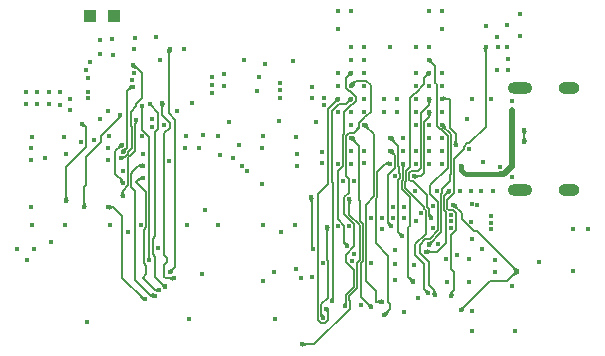
<source format=gbr>
%TF.GenerationSoftware,KiCad,Pcbnew,9.0.4*%
%TF.CreationDate,2025-09-08T17:38:28-04:00*%
%TF.ProjectId,CPU1-NRF5340-uBlox-NORA,43505531-2d4e-4524-9635-3334302d7542,A*%
%TF.SameCoordinates,Original*%
%TF.FileFunction,Copper,L6,Bot*%
%TF.FilePolarity,Positive*%
%FSLAX46Y46*%
G04 Gerber Fmt 4.6, Leading zero omitted, Abs format (unit mm)*
G04 Created by KiCad (PCBNEW 9.0.4) date 2025-09-08 17:38:28*
%MOMM*%
%LPD*%
G01*
G04 APERTURE LIST*
%TA.AperFunction,HeatsinkPad*%
%ADD10O,2.100000X1.000000*%
%TD*%
%TA.AperFunction,HeatsinkPad*%
%ADD11O,1.800000X1.000000*%
%TD*%
%TA.AperFunction,ComponentPad*%
%ADD12R,1.000000X1.000000*%
%TD*%
%TA.AperFunction,ViaPad*%
%ADD13C,0.450000*%
%TD*%
%TA.AperFunction,Conductor*%
%ADD14C,0.127000*%
%TD*%
%TA.AperFunction,Conductor*%
%ADD15C,0.381000*%
%TD*%
%TA.AperFunction,Conductor*%
%ADD16C,0.500000*%
%TD*%
G04 APERTURE END LIST*
D10*
%TO.P,J1,S1,SHIELD*%
%TO.N,GND*%
X148720000Y-90280000D03*
D11*
X152900000Y-90280000D03*
D10*
X148720000Y-81640000D03*
D11*
X152900000Y-81640000D03*
%TD*%
D12*
%TO.P,TP1,1,1*%
%TO.N,Net-(U2-IO7)*%
X112360000Y-75621000D03*
%TD*%
%TO.P,TP2,1,1*%
%TO.N,/P0.31*%
X114360000Y-75621000D03*
%TD*%
D13*
%TO.N,/VBUS*%
X132000000Y-88050000D03*
%TO.N,unconnected-(U4-VBUS-PadB9)*%
X132000000Y-87100000D03*
%TO.N,/VBUSMON*%
X117950000Y-77400000D03*
X113188105Y-78812000D03*
%TO.N,/PGOOD*%
X117396000Y-83057426D03*
%TO.N,/PSEN*%
X117300000Y-96250000D03*
X116747009Y-83203802D03*
%TO.N,/AIN7*%
X125323600Y-79349600D03*
X122021600Y-91998800D03*
%TO.N,/PSMODE*%
X118250000Y-79300000D03*
%TO.N,GND*%
X107425000Y-85800000D03*
X142150000Y-75175000D03*
X127000000Y-85775000D03*
X144450000Y-86850000D03*
X153225000Y-97200000D03*
X138150000Y-97900000D03*
X147675000Y-79200000D03*
X141050000Y-75175000D03*
X138875000Y-91725000D03*
X138150000Y-96550000D03*
X142150000Y-76675000D03*
X113195000Y-77600000D03*
X146275000Y-93575000D03*
X138300000Y-83675000D03*
X112150000Y-82550000D03*
X123200000Y-93275000D03*
X107300000Y-86775000D03*
X127000000Y-93275000D03*
X127975000Y-101250000D03*
X114025000Y-93275000D03*
X141725000Y-90400000D03*
X128400000Y-81250000D03*
X146275000Y-92500000D03*
X134450000Y-75175000D03*
X110125000Y-85800000D03*
X131100000Y-97700000D03*
X137025000Y-92700000D03*
X141050000Y-86975000D03*
X133325000Y-93400000D03*
X126850000Y-86775000D03*
X143625000Y-90382500D03*
X142925000Y-93550000D03*
X153225000Y-93650000D03*
X146800000Y-80150000D03*
X142500000Y-96150000D03*
X137750000Y-78169000D03*
X129700000Y-93275000D03*
X107450000Y-93275000D03*
X135550000Y-78169000D03*
X148700000Y-75425000D03*
X123200000Y-85775000D03*
X120700000Y-101250000D03*
X106900000Y-82000000D03*
X138300000Y-82575000D03*
X122650000Y-82100000D03*
X113875000Y-86800000D03*
X116100000Y-77425000D03*
X148275000Y-102250000D03*
X112150000Y-82000000D03*
X133725000Y-89550000D03*
X123650002Y-80520000D03*
X129725000Y-85800000D03*
X142925000Y-92450000D03*
X148025000Y-98425000D03*
X146625000Y-97225000D03*
X137075000Y-93650000D03*
X144675000Y-102275000D03*
X108825000Y-82000000D03*
X113975000Y-85775000D03*
X134450000Y-78169000D03*
X137200000Y-82575000D03*
X139925000Y-92900000D03*
X113821537Y-83600000D03*
X120475000Y-85775000D03*
X143400000Y-95800000D03*
X133350000Y-75175000D03*
X139875000Y-90425000D03*
X120500000Y-93275000D03*
X134450000Y-86975000D03*
X110175000Y-93275000D03*
X116675000Y-93275000D03*
X116700000Y-85775000D03*
X144700000Y-82575000D03*
X142525000Y-98125000D03*
X141025000Y-78169000D03*
X109775000Y-82014998D03*
X148700000Y-77300000D03*
X126450000Y-81900000D03*
X133350000Y-76675000D03*
X148026284Y-89176284D03*
X148025000Y-82775000D03*
X120375000Y-86800000D03*
X147675000Y-80175000D03*
X107850000Y-82000000D03*
X142925000Y-92975000D03*
X128400000Y-81850000D03*
X146275000Y-93100000D03*
X127000000Y-98000000D03*
X146825000Y-77325000D03*
X120275002Y-78350000D03*
X131125000Y-81600000D03*
X141375000Y-93550000D03*
X137200000Y-83675000D03*
X138150000Y-95375000D03*
X144600000Y-93000000D03*
X142150000Y-88075000D03*
X139950000Y-78169000D03*
X122650000Y-80750000D03*
X136100000Y-92700000D03*
X122650000Y-81425000D03*
X137950000Y-92700000D03*
X133325000Y-88075000D03*
X144250000Y-84275000D03*
%TO.N,+3.3V*%
X121775000Y-97465500D03*
X131125000Y-82525000D03*
X144700000Y-100550000D03*
%TO.N,Net-(U1-X)*%
X113131197Y-84281197D03*
%TO.N,+3.3V*%
X145850000Y-76400000D03*
X128400000Y-82550000D03*
X119649256Y-83659499D03*
%TO.N,Net-(U1-X)*%
X112000000Y-80150000D03*
%TO.N,+3.3V*%
X135549999Y-86975001D03*
X123650002Y-81480000D03*
X134700000Y-89550000D03*
X146625000Y-96250000D03*
X144425000Y-98125000D03*
X114150000Y-77550000D03*
X116825000Y-87300000D03*
X110275000Y-87275000D03*
X144625000Y-94500000D03*
X123350000Y-87325000D03*
X112050000Y-101475000D03*
X114300000Y-78900000D03*
X134450000Y-88075000D03*
X145525000Y-95325000D03*
X130150000Y-97725000D03*
X146850000Y-78250000D03*
X135550000Y-88050000D03*
X144400000Y-96150000D03*
X150325000Y-96375000D03*
X129849999Y-87274999D03*
%TO.N,/AIN5*%
X140098327Y-99461500D03*
X141050000Y-81475000D03*
X107625000Y-95350000D03*
%TO.N,/AIN2*%
X134483767Y-96322082D03*
X135550000Y-83675000D03*
X109014634Y-94694240D03*
%TO.N,/P1.13*%
X133350000Y-81475000D03*
X111850000Y-91776000D03*
X114898399Y-83927062D03*
%TO.N,/AIN6*%
X139950000Y-80375000D03*
X110300000Y-91275000D03*
X111650000Y-84725000D03*
%TO.N,/HK-ADC3*%
X115120619Y-87075095D03*
X109786304Y-83081000D03*
X115930517Y-81562774D03*
X125627722Y-88700500D03*
%TO.N,/AIN7*%
X134450000Y-79275000D03*
X107300000Y-91775000D03*
%TO.N,/AIN1*%
X106150000Y-95275000D03*
X132065500Y-96527549D03*
X134450000Y-83675000D03*
%TO.N,/AIN0*%
X112675000Y-86075000D03*
X134450000Y-84775000D03*
%TO.N,/AIN3*%
X139950000Y-84775000D03*
X138875906Y-100629007D03*
X106950000Y-96250000D03*
%TO.N,/AIN4*%
X111525000Y-86275000D03*
X139950000Y-81475000D03*
%TO.N,/P1.06*%
X117585478Y-84294426D03*
X142150000Y-81475000D03*
%TO.N,/P1.04*%
X117607358Y-84947062D03*
X132170821Y-83132997D03*
%TO.N,/P1.01*%
X138850000Y-85875000D03*
X115119000Y-89705604D03*
X115011092Y-86509012D03*
%TO.N,/P1.08*%
X132165532Y-82524000D03*
X118590358Y-84827036D03*
%TO.N,/P1.07*%
X135550000Y-82575000D03*
X135250000Y-100075000D03*
X116971203Y-99584500D03*
X113850000Y-91775000D03*
%TO.N,/SCL*%
X116850000Y-88275000D03*
X139950000Y-88075000D03*
X139719000Y-96650000D03*
X117796613Y-99259500D03*
%TO.N,/SDA*%
X138148687Y-89161999D03*
X115119000Y-88705257D03*
X138850000Y-86975000D03*
%TO.N,/P1.05*%
X133350000Y-83675000D03*
X116200000Y-84400000D03*
X115084614Y-90865257D03*
%TO.N,/HK-ADC2*%
X114966729Y-87631197D03*
X115950000Y-79750000D03*
X119025000Y-87900000D03*
X108825000Y-83050000D03*
%TO.N,/P0.30*%
X134111500Y-95039449D03*
X134450000Y-80375000D03*
%TO.N,/SPI-MISO*%
X142150000Y-85875000D03*
X124916453Y-86503500D03*
%TO.N,/SPI-CS*%
X139950000Y-86975000D03*
X121550000Y-86775000D03*
%TO.N,/SPI-DCX*%
X125180703Y-88285000D03*
X141050000Y-88075000D03*
%TO.N,/P0.21*%
X124113500Y-84522881D03*
X139950000Y-83675000D03*
%TO.N,/P0.29*%
X134678999Y-95723253D03*
X135550000Y-80375000D03*
%TO.N,/HK-ADC1*%
X113850000Y-87775000D03*
X107850000Y-83025000D03*
X108525000Y-87600000D03*
X116024416Y-80407760D03*
%TO.N,/SPI-MOSI*%
X121923976Y-85699127D03*
X141050000Y-85875000D03*
%TO.N,/P0.24*%
X141778553Y-94885253D03*
X127878661Y-97235983D03*
X142150000Y-80375000D03*
%TO.N,/SPI-SCK*%
X142150000Y-86975000D03*
X124450727Y-87607000D03*
%TO.N,/QSPI-IO3*%
X141175000Y-92675000D03*
X141050000Y-82575000D03*
%TO.N,/QSPI-SCK*%
X129850000Y-88275000D03*
X143303434Y-86525000D03*
X142150002Y-82575000D03*
%TO.N,/QSPI-IO1*%
X139743000Y-89148379D03*
X141050000Y-83675000D03*
X126850000Y-89775000D03*
%TO.N,/QSPI-IO2*%
X141000000Y-94950000D03*
X131234500Y-95337656D03*
X131052175Y-90935219D03*
X142150000Y-84775000D03*
%TO.N,/HK-ADC0*%
X115882027Y-80973493D03*
X110650000Y-83575000D03*
X110650000Y-82619500D03*
X106900000Y-83050000D03*
X107300000Y-87775000D03*
%TO.N,/P0.02-NFC1*%
X137750000Y-85875000D03*
X138737055Y-94189135D03*
%TO.N,/P0.19*%
X139950000Y-82575000D03*
X140325000Y-92257000D03*
%TO.N,/QSPI-CSN*%
X128294669Y-84461000D03*
X142150000Y-83675000D03*
%TO.N,/P0.03-NFC2*%
X128507000Y-93869222D03*
X137800000Y-93350000D03*
X137750000Y-86975000D03*
%TO.N,/DP*%
X149075000Y-86250000D03*
X149075000Y-85250000D03*
%TO.N,/VBUS*%
X143725000Y-88310000D03*
X130252500Y-103372500D03*
X146250000Y-82575000D03*
X134287500Y-91112500D03*
X148025000Y-88375000D03*
X147000000Y-89000000D03*
X148025000Y-83575000D03*
X137975000Y-91725000D03*
%TO.N,/VBAT*%
X134287499Y-93387499D03*
X147000000Y-88375000D03*
X115501503Y-93861560D03*
X116085000Y-78400000D03*
X136125000Y-96525000D03*
X138900000Y-92700000D03*
%TO.N,/DISPON*%
X119074691Y-78375309D03*
X119106000Y-97300000D03*
%TO.N,/CC2*%
X147665000Y-78250000D03*
X112114958Y-80812561D03*
%TO.N,/CC1*%
X147665000Y-76350000D03*
X112300000Y-79500000D03*
%TO.N,/PSEN*%
X146460000Y-90400000D03*
X129800000Y-97025000D03*
%TO.N,/PSMODE*%
X118100000Y-95250000D03*
X142760000Y-90400000D03*
X140750000Y-95525000D03*
%TO.N,/P1.15*%
X133350000Y-82575000D03*
X132319500Y-100380372D03*
%TO.N,/P1.14*%
X132775000Y-99750000D03*
X134450000Y-82575000D03*
%TO.N,/P1.12*%
X133874379Y-100137588D03*
X134450000Y-81475000D03*
%TO.N,/PGOOD*%
X143100000Y-91550000D03*
X148485000Y-97200000D03*
X143725000Y-100500000D03*
X118700000Y-98505500D03*
%TO.N,Net-(U5-STAT)*%
X132075000Y-101140000D03*
X132400000Y-93425000D03*
%TO.N,/RESET*%
X118432233Y-82938011D03*
X142900000Y-99325000D03*
X154510000Y-93621000D03*
X119425000Y-97800000D03*
X145815000Y-78250000D03*
%TO.N,/USER*%
X135550000Y-84775000D03*
X137065500Y-99790500D03*
%TO.N,/P1.09*%
X126596856Y-80784462D03*
X135550000Y-81475000D03*
%TO.N,/SYS*%
X145100000Y-91550000D03*
X145450000Y-90400000D03*
X141375000Y-91650000D03*
X145600000Y-87912500D03*
X144575000Y-90425000D03*
X144675000Y-91506105D03*
%TO.N,/P1.00*%
X116850000Y-89275000D03*
X118171539Y-98794000D03*
X138850000Y-88075000D03*
X139681532Y-98074266D03*
%TO.N,/QSPI-IO0*%
X131444540Y-84535000D03*
X141050000Y-84775000D03*
%TO.N,/SWDCLK*%
X141504444Y-99226643D03*
X141025000Y-79275000D03*
%TO.N,/RxD*%
X136150000Y-100225000D03*
X134450000Y-85875000D03*
%TO.N,/TxD*%
X137250000Y-100900000D03*
X137750000Y-88075000D03*
%TO.N,/SWDIO*%
X141050000Y-80375000D03*
X140900000Y-99019901D03*
%TO.N,/P1.10*%
X135550000Y-79275000D03*
X120950000Y-82939298D03*
X129475000Y-79379000D03*
%TO.N,/P1.11*%
X133350000Y-80375000D03*
X127175000Y-79650000D03*
%TD*%
D14*
%TO.N,/PGOOD*%
X145125000Y-93800000D02*
X148050000Y-96725000D01*
X144800000Y-93800000D02*
X145125000Y-93800000D01*
X143804999Y-92804999D02*
X144800000Y-93800000D01*
X143804999Y-92254999D02*
X143804999Y-92804999D01*
%TO.N,/P1.12*%
X134035521Y-99976446D02*
X133874379Y-100137588D01*
X134035522Y-99165038D02*
X134035521Y-99976446D01*
X134668499Y-98532061D02*
X134035522Y-99165038D01*
X134668499Y-97099000D02*
X134668499Y-98532061D01*
X133976000Y-96406501D02*
X134668499Y-97099000D01*
X133976000Y-95825000D02*
X133976000Y-96406501D01*
X134703999Y-95097001D02*
X133976000Y-95825000D01*
X134703999Y-93214979D02*
X134703999Y-95097001D01*
X133871000Y-92381980D02*
X134703999Y-93214979D01*
X133871000Y-90939980D02*
X133871000Y-92381980D01*
X134283500Y-90527480D02*
X133871000Y-90939980D01*
X134033500Y-85702480D02*
X134033500Y-89133500D01*
X134277480Y-85458500D02*
X134033500Y-85702480D01*
X134283500Y-89383500D02*
X134283500Y-90527480D01*
X134679374Y-85458500D02*
X134277480Y-85458500D01*
X134033500Y-89133500D02*
X134283500Y-89383500D01*
X135133500Y-85004374D02*
X134679374Y-85458500D01*
X135133500Y-84602480D02*
X135133500Y-85004374D01*
X135555490Y-84180490D02*
X135133500Y-84602480D01*
%TO.N,/HK-ADC3*%
X115836187Y-81562774D02*
X115930517Y-81562774D01*
X115120619Y-87075095D02*
X115439688Y-86756026D01*
X115761713Y-81570554D02*
X115828407Y-81570554D01*
%TO.N,/HK-ADC2*%
X116061742Y-79750000D02*
X115950000Y-79750000D01*
X116750000Y-80438258D02*
X116061742Y-79750000D01*
X116750000Y-82505725D02*
X116750000Y-80438258D01*
X116255509Y-83215766D02*
X116255509Y-83000216D01*
X115763383Y-83707892D02*
X116255509Y-83215766D01*
X115763383Y-84890586D02*
X115763383Y-83707892D01*
X115875000Y-85002203D02*
X115763383Y-84890586D01*
%TO.N,/HK-ADC3*%
X115439688Y-86756026D02*
X115439688Y-81892579D01*
%TO.N,/HK-ADC2*%
X115875000Y-86793542D02*
X115875000Y-85002203D01*
X115536119Y-87247201D02*
X115536119Y-87132423D01*
X115177948Y-87490595D02*
X115292725Y-87490595D01*
X115164413Y-87504130D02*
X115177948Y-87490595D01*
X115093796Y-87504130D02*
X115164413Y-87504130D01*
X115536119Y-87132423D02*
X115875000Y-86793542D01*
X115292725Y-87490595D02*
X115536119Y-87247201D01*
%TO.N,/HK-ADC3*%
X115828407Y-81570554D02*
X115836187Y-81562774D01*
%TO.N,/HK-ADC2*%
X114966729Y-87631197D02*
X115093796Y-87504130D01*
%TO.N,/HK-ADC3*%
X115439688Y-81892579D02*
X115761713Y-81570554D01*
%TO.N,/HK-ADC2*%
X116255509Y-83000216D02*
X116750000Y-82505725D01*
%TO.N,/DISPON*%
X118975002Y-83800877D02*
X118975002Y-78474998D01*
X119532000Y-84357875D02*
X118975002Y-83800877D01*
X119532000Y-96874000D02*
X119532000Y-84357875D01*
X119106000Y-97300000D02*
X119532000Y-96874000D01*
X118975002Y-78474998D02*
X119074691Y-78375309D01*
%TO.N,/P1.05*%
X116200000Y-84623606D02*
X116200000Y-84400000D01*
X116129000Y-84694606D02*
X116200000Y-84623606D01*
X116129000Y-86977100D02*
X116129000Y-84694606D01*
X115790119Y-87352411D02*
X115790119Y-87315981D01*
X115581000Y-89884790D02*
X115581000Y-87561530D01*
X115790119Y-87315981D02*
X116129000Y-86977100D01*
X115581000Y-87561530D02*
X115790119Y-87352411D01*
X115084614Y-90381176D02*
X115581000Y-89884790D01*
X115084614Y-90865257D02*
X115084614Y-90381176D01*
%TO.N,/RESET*%
X118432233Y-83973825D02*
X118432233Y-82938011D01*
X119081858Y-85030622D02*
X119081858Y-84623450D01*
X118609500Y-85502980D02*
X119081858Y-85030622D01*
X118609500Y-95826270D02*
X118609500Y-85502980D01*
X118824500Y-96041270D02*
X118609500Y-95826270D01*
X118824500Y-96448442D02*
X118824500Y-96041270D01*
X118609500Y-96663442D02*
X118824500Y-96448442D01*
X118609500Y-97659500D02*
X118609500Y-96663442D01*
X118750000Y-97800000D02*
X118609500Y-97659500D01*
X119425000Y-97800000D02*
X118750000Y-97800000D01*
X119081858Y-84623450D02*
X118432233Y-83973825D01*
%TO.N,/PGOOD*%
X118098858Y-83760284D02*
X117396000Y-83057426D01*
X117865390Y-85384116D02*
X118098858Y-85150648D01*
X117865390Y-94243820D02*
X117865390Y-85384116D01*
X117654000Y-94455210D02*
X117865390Y-94243820D01*
X117654000Y-95758914D02*
X117654000Y-94455210D01*
X117841500Y-97647000D02*
X117841500Y-95946414D01*
X118700000Y-98505500D02*
X117841500Y-97647000D01*
X118098858Y-85150648D02*
X118098858Y-83760284D01*
X117841500Y-95946414D02*
X117654000Y-95758914D01*
%TO.N,/PSEN*%
X117346499Y-96203501D02*
X117346499Y-85832479D01*
X117300000Y-96250000D02*
X117346499Y-96203501D01*
X117346499Y-85832479D02*
X116747009Y-85232989D01*
X116747009Y-85232989D02*
X116747009Y-83203802D01*
%TO.N,/P1.00*%
X117091500Y-93447520D02*
X117091500Y-90491500D01*
X116858500Y-93680520D02*
X117091500Y-93447520D01*
X116858500Y-96503586D02*
X116858500Y-93680520D01*
X117091500Y-96736586D02*
X116858500Y-96503586D01*
X117091500Y-97408500D02*
X117091500Y-96736586D01*
X116775000Y-97725000D02*
X117091500Y-97408500D01*
X118171539Y-98794000D02*
X117844000Y-98794000D01*
X117844000Y-98794000D02*
X116775000Y-97725000D01*
X117091500Y-90491500D02*
X116217062Y-89617062D01*
D15*
%TO.N,/VBUS*%
X143725000Y-88582184D02*
X144022000Y-88879184D01*
X144142816Y-89000000D02*
X144022000Y-88879184D01*
X147000000Y-89000000D02*
X144142816Y-89000000D01*
X143725000Y-88310000D02*
X143725000Y-88582184D01*
D14*
%TO.N,/RESET*%
X145815000Y-78275000D02*
X145790000Y-78250000D01*
X145815000Y-84960000D02*
X145815000Y-78275000D01*
X144416500Y-86358500D02*
X145815000Y-84960000D01*
X143958500Y-86816500D02*
X143958500Y-86646414D01*
X143958500Y-86646414D02*
X144246414Y-86358500D01*
X143125000Y-87650000D02*
X143958500Y-86816500D01*
X143125000Y-88975000D02*
X143125000Y-87650000D01*
X143151500Y-89001500D02*
X143125000Y-88975000D01*
X143176500Y-90227480D02*
X143151500Y-90202480D01*
X144246414Y-86358500D02*
X144416500Y-86358500D01*
X142555500Y-91899293D02*
X142555500Y-91193520D01*
X142555500Y-91193520D02*
X143176500Y-90572520D01*
X143151500Y-90202480D02*
X143151500Y-89001500D01*
X143176500Y-90572520D02*
X143176500Y-90227480D01*
D16*
%TO.N,/VBUS*%
X147349797Y-89000000D02*
X147000000Y-89000000D01*
X147974797Y-88375000D02*
X147349797Y-89000000D01*
X148025000Y-88375000D02*
X147974797Y-88375000D01*
D14*
%TO.N,/PGOOD*%
X143100000Y-91550000D02*
X143804999Y-92254999D01*
X148050000Y-96725000D02*
X148485000Y-97200000D01*
%TO.N,/P1.13*%
X114898399Y-84149627D02*
X114898399Y-83927062D01*
X113286513Y-85761513D02*
X114898399Y-84149627D01*
X112004000Y-87550000D02*
X113286513Y-86267487D01*
X111850000Y-90084210D02*
X112004000Y-89930210D01*
X111850000Y-91776000D02*
X111850000Y-90084210D01*
X112004000Y-89930210D02*
X112004000Y-87550000D01*
X113286513Y-86267487D02*
X113286513Y-85761513D01*
%TO.N,/AIN6*%
X112025000Y-86663816D02*
X112025000Y-84925000D01*
X110300000Y-88388816D02*
X112025000Y-86663816D01*
X110300000Y-91275000D02*
X110300000Y-88388816D01*
X111850000Y-84925000D02*
X111650000Y-84725000D01*
X112025000Y-84925000D02*
X111850000Y-84925000D01*
%TO.N,/P1.01*%
X115119000Y-89705604D02*
X115119000Y-89594000D01*
X114469921Y-88944921D02*
X114469921Y-87050183D01*
X115119000Y-89594000D02*
X114469921Y-88944921D01*
X114469921Y-87050183D02*
X115011092Y-86509012D01*
%TO.N,/P1.07*%
X116884500Y-99584500D02*
X116971203Y-99584500D01*
X115050000Y-92525000D02*
X115050000Y-97750000D01*
X114300000Y-91775000D02*
X115050000Y-92525000D01*
X115050000Y-97750000D02*
X116884500Y-99584500D01*
X113850000Y-91775000D02*
X114300000Y-91775000D01*
%TO.N,/SCL*%
X115835000Y-88963026D02*
X115835000Y-90075000D01*
X116150000Y-90390000D02*
X116150000Y-97900000D01*
X117509500Y-99259500D02*
X117796613Y-99259500D01*
X116150000Y-97900000D02*
X117509500Y-99259500D01*
X116850000Y-88275000D02*
X116400000Y-88275000D01*
X115835000Y-90075000D02*
X116150000Y-90390000D01*
X116400000Y-88275000D02*
X115885000Y-88790000D01*
X115885000Y-88913026D02*
X115835000Y-88963026D01*
X115885000Y-88790000D02*
X115885000Y-88913026D01*
%TO.N,/P0.30*%
X134866500Y-82402480D02*
X134355520Y-81891500D01*
X133802500Y-85574270D02*
X133779500Y-85597270D01*
X134033500Y-81647520D02*
X134033500Y-80791500D01*
X134622520Y-82991500D02*
X134866500Y-82747520D01*
X134277480Y-81891500D02*
X134033500Y-81647520D01*
X133870999Y-94798948D02*
X134111500Y-95039449D01*
X133308500Y-88721000D02*
X133308500Y-92794480D01*
X133779500Y-85597270D02*
X133779500Y-88250000D01*
X134355520Y-81891500D02*
X134277480Y-81891500D01*
X133779500Y-88250000D02*
X133308500Y-88721000D01*
X133802500Y-83733480D02*
X134544480Y-82991500D01*
X134544480Y-82991500D02*
X134622520Y-82991500D01*
X133870999Y-93356979D02*
X133870999Y-94798948D01*
X134866500Y-82747520D02*
X134866500Y-82402480D01*
X134033500Y-80791500D02*
X134450000Y-80375000D01*
X133802500Y-85574270D02*
X133802500Y-83733480D01*
X133308500Y-92794480D02*
X133870999Y-93356979D01*
%TO.N,/QSPI-IO3*%
X141050000Y-83085980D02*
X141050000Y-82575000D01*
X141039500Y-91903520D02*
X140891770Y-91755790D01*
X140891770Y-91755790D02*
X140891770Y-90772170D01*
X141175000Y-92675000D02*
X141039500Y-92539500D01*
X139327500Y-89429307D02*
X139327500Y-88866358D01*
X140891770Y-90772170D02*
X139695267Y-89575667D01*
X139695267Y-89575667D02*
X139473860Y-89575667D01*
X139327500Y-88866358D02*
X139506968Y-88686890D01*
X139506968Y-88686890D02*
X140111890Y-88686890D01*
X140366500Y-83769480D02*
X140366500Y-88432280D01*
X140302317Y-88496462D02*
X140111890Y-88686890D01*
X140366500Y-83769480D02*
X141050000Y-83085980D01*
X139473860Y-89575667D02*
X139327500Y-89429307D01*
X141039500Y-92539500D02*
X141039500Y-91903520D01*
X140366500Y-88432280D02*
X140111890Y-88686890D01*
%TO.N,/QSPI-SCK*%
X143303434Y-85569224D02*
X142775000Y-85040790D01*
X142775000Y-82625000D02*
X142725000Y-82575000D01*
X142725000Y-82575000D02*
X142150002Y-82575000D01*
X142775000Y-85040790D02*
X142775000Y-82625000D01*
X143303434Y-86525000D02*
X143303434Y-85569224D01*
%TO.N,/QSPI-IO1*%
X141050000Y-83675000D02*
X141050000Y-84125000D01*
X140633500Y-84541500D02*
X140633500Y-88900659D01*
X140633500Y-88900659D02*
X140373992Y-89160167D01*
X139754788Y-89160167D02*
X139743000Y-89148379D01*
X141050000Y-84125000D02*
X140633500Y-84541500D01*
X140373992Y-89160167D02*
X139754788Y-89160167D01*
%TO.N,/QSPI-IO2*%
X142846000Y-89513210D02*
X142846000Y-89019790D01*
X142846000Y-89019790D02*
X142867105Y-88998685D01*
X131052175Y-90935219D02*
X131091689Y-90974733D01*
X142150000Y-84890790D02*
X142150000Y-84775000D01*
X131091689Y-95194845D02*
X131234500Y-95337656D01*
X141000000Y-94950000D02*
X142045500Y-93904500D01*
X142141500Y-90572520D02*
X142141500Y-90227480D01*
X131091689Y-90974733D02*
X131091689Y-95194845D01*
X142045500Y-90668520D02*
X142141500Y-90572520D01*
X142854000Y-85594790D02*
X142150000Y-84890790D01*
X142136615Y-90222595D02*
X142846000Y-89513210D01*
X142141500Y-90227480D02*
X142136615Y-90222595D01*
X142045500Y-93904500D02*
X142045500Y-90668520D01*
X142867105Y-87963105D02*
X142854000Y-87950000D01*
X142854000Y-87950000D02*
X142854000Y-85594790D01*
X142867105Y-88998685D02*
X142867105Y-87963105D01*
%TO.N,/P0.02-NFC1*%
X138565500Y-88977894D02*
X138468466Y-88880860D01*
X138565500Y-89332166D02*
X138565500Y-88977894D01*
X138468466Y-88880860D02*
X138468466Y-88282486D01*
X138737055Y-94189135D02*
X138441502Y-93893582D01*
X138441502Y-93893582D02*
X138441502Y-89456164D01*
X138468466Y-88282486D02*
X138433500Y-88247520D01*
X138441502Y-89456164D02*
X138565500Y-89332166D01*
X138433500Y-88247520D02*
X138433500Y-86558500D01*
X138433500Y-86558500D02*
X137750000Y-85875000D01*
%TO.N,/P0.03-NFC2*%
X138166500Y-88432755D02*
X138166500Y-87391500D01*
X138166500Y-87391500D02*
X137750000Y-86975000D01*
X137800000Y-93350000D02*
X137533500Y-93083500D01*
X137533500Y-90109500D02*
X137593000Y-90050000D01*
X137593000Y-90050000D02*
X137593000Y-89006255D01*
X137533500Y-93083500D02*
X137533500Y-90109500D01*
X137593000Y-89006255D02*
X138166500Y-88432755D01*
%TO.N,/DP*%
X149075000Y-86250000D02*
X149075000Y-85250000D01*
D16*
%TO.N,/VBUS*%
X148025000Y-88375000D02*
X148025000Y-83575000D01*
D14*
X134287500Y-92405920D02*
X135142000Y-93260420D01*
X134923499Y-96465317D02*
X134923499Y-98637685D01*
X134315521Y-100357663D02*
X131300684Y-103372500D01*
X134923499Y-98637685D02*
X134290521Y-99270663D01*
X134287500Y-91112500D02*
X134287500Y-92405920D01*
X134290521Y-99586295D02*
X134315521Y-99611295D01*
X135142000Y-96246816D02*
X134923499Y-96465317D01*
X131300684Y-103372500D02*
X130252500Y-103372500D01*
X135142000Y-93260420D02*
X135142000Y-96246816D01*
X134315521Y-99611295D02*
X134315521Y-100357663D01*
X134290521Y-99270663D02*
X134290521Y-99586295D01*
%TO.N,/PSMODE*%
X142299500Y-90860500D02*
X142760000Y-90400000D01*
X142299500Y-92031080D02*
X142299500Y-90860500D01*
X141699875Y-95551538D02*
X142448569Y-94802844D01*
X140776538Y-95551538D02*
X141699875Y-95551538D01*
X142448569Y-94802844D02*
X142448569Y-92180149D01*
X142448569Y-92180149D02*
X142299500Y-92031080D01*
X140750000Y-95525000D02*
X140776538Y-95551538D01*
%TO.N,/P1.15*%
X131902480Y-101556500D02*
X132247520Y-101556500D01*
X132500000Y-101304020D02*
X132500000Y-100560872D01*
X133350000Y-82575000D02*
X132496000Y-83429000D01*
X132247520Y-101556500D02*
X132500000Y-101304020D01*
X132496000Y-89800000D02*
X131650000Y-90646000D01*
X132496000Y-83429000D02*
X132496000Y-89800000D01*
X131650000Y-101304020D02*
X131902480Y-101556500D01*
X131650000Y-90646000D02*
X131650000Y-101304020D01*
X132500000Y-100560872D02*
X132319500Y-100380372D01*
%TO.N,/P1.14*%
X134000000Y-83025000D02*
X133400000Y-83025000D01*
X133400000Y-83025000D02*
X132775000Y-83650000D01*
X132896499Y-89721499D02*
X132896499Y-99628501D01*
X132775000Y-89600000D02*
X132896499Y-89721499D01*
X132775000Y-83650000D02*
X132775000Y-89600000D01*
X134450000Y-82575000D02*
X134000000Y-83025000D01*
X132896499Y-99628501D02*
X132775000Y-99750000D01*
%TO.N,/P1.12*%
X136100000Y-83714020D02*
X136100000Y-81435980D01*
X136100000Y-81435980D02*
X135722520Y-81058500D01*
X134716144Y-85458500D02*
X134328538Y-85458500D01*
X135555490Y-84180490D02*
X135121500Y-84614480D01*
X135644480Y-84091500D02*
X135722520Y-84091500D01*
X135722520Y-81058500D02*
X134866500Y-81058500D01*
X135555490Y-84180490D02*
X135644480Y-84091500D01*
X135722520Y-84091500D02*
X136100000Y-83714020D01*
X135121499Y-85053145D02*
X134716144Y-85458500D01*
X134866500Y-81058500D02*
X134450000Y-81475000D01*
X135121500Y-84614480D02*
X135121499Y-85053145D01*
%TO.N,/PGOOD*%
X147660000Y-98025000D02*
X148485000Y-97200000D01*
X146200000Y-98025000D02*
X147660000Y-98025000D01*
X143725000Y-100500000D02*
X146200000Y-98025000D01*
%TO.N,Net-(U5-STAT)*%
X132481000Y-96355443D02*
X132481000Y-99428210D01*
X132400000Y-93425000D02*
X132409014Y-93434014D01*
X132409014Y-96283457D02*
X132481000Y-96355443D01*
X131904000Y-100005210D02*
X131904000Y-100969000D01*
X132481000Y-99428210D02*
X131904000Y-100005210D01*
X132409014Y-93434014D02*
X132409014Y-96283457D01*
X131904000Y-100969000D02*
X132075000Y-101140000D01*
%TO.N,/RESET*%
X142907000Y-99318000D02*
X142907000Y-99025000D01*
X142907000Y-99025000D02*
X143175000Y-98757000D01*
X142907000Y-95967980D02*
X142907000Y-94157020D01*
X143175000Y-97268000D02*
X142907000Y-97000000D01*
X142907000Y-96332020D02*
X142916500Y-96322520D01*
X142689000Y-92033500D02*
X142555500Y-91900000D01*
X143341500Y-93722520D02*
X143341500Y-92277480D01*
X142900000Y-99325000D02*
X142907000Y-99318000D01*
X142907000Y-94157020D02*
X143341500Y-93722520D01*
X142916500Y-96322520D02*
X142916500Y-95977480D01*
X142916500Y-95977480D02*
X142907000Y-95967980D01*
X142907000Y-97000000D02*
X142907000Y-96332020D01*
X143097520Y-92033500D02*
X142689000Y-92033500D01*
X143341500Y-92277480D02*
X143097520Y-92033500D01*
X143175000Y-98757000D02*
X143175000Y-97268000D01*
%TO.N,/USER*%
X135650000Y-98000000D02*
X136525000Y-98875000D01*
X137056000Y-99781000D02*
X137065500Y-99790500D01*
X136375000Y-85600000D02*
X136375000Y-90825000D01*
X136525000Y-98875000D02*
X136525000Y-99781000D01*
X135550000Y-84775000D02*
X136375000Y-85600000D01*
X136375000Y-90825000D02*
X135650000Y-91550000D01*
X136525000Y-99781000D02*
X137056000Y-99781000D01*
X135650000Y-91550000D02*
X135650000Y-98000000D01*
%TO.N,/P1.00*%
X139282000Y-97674734D02*
X139681532Y-98074266D01*
X138850000Y-88502000D02*
X138819500Y-88532500D01*
X138722466Y-90272466D02*
X139400000Y-90950000D01*
X116217062Y-89617062D02*
X116381000Y-89453124D01*
X138819500Y-89437376D02*
X138722466Y-89534410D01*
X116559124Y-89275000D02*
X116850000Y-89275000D01*
X139400000Y-90950000D02*
X139400000Y-93332000D01*
X138722466Y-89534410D02*
X138722466Y-90272466D01*
X138819500Y-88532500D02*
X138819500Y-89437376D01*
X116217062Y-89617062D02*
X116559124Y-89275000D01*
X139400000Y-93332000D02*
X139282000Y-93450000D01*
X116381000Y-89453124D02*
X116466000Y-89453124D01*
X139282000Y-93450000D02*
X139282000Y-97674734D01*
X138850000Y-88075000D02*
X138850000Y-88502000D01*
%TO.N,/SWDCLK*%
X141440500Y-98798498D02*
X141481543Y-98839541D01*
X142599000Y-88474242D02*
X141148242Y-89925000D01*
X141196316Y-98554314D02*
X141211165Y-98554314D01*
X141574013Y-81225987D02*
X141686000Y-81337974D01*
X141025000Y-79275000D02*
X141574013Y-79824013D01*
X141071208Y-94442812D02*
X140717812Y-94442812D01*
X141791500Y-91318258D02*
X141791500Y-93722520D01*
X141686000Y-81337974D02*
X141686000Y-84900020D01*
X142599000Y-85734980D02*
X142599000Y-88474242D01*
X141481543Y-99203742D02*
X141504444Y-99226643D01*
X141481543Y-98839541D02*
X141481543Y-99203742D01*
X142055520Y-85191500D02*
X142599000Y-85734980D01*
X140994000Y-98351998D02*
X141196316Y-98554314D01*
X141791500Y-93722520D02*
X141071208Y-94442812D01*
X141440500Y-98783649D02*
X141440500Y-98798498D01*
X140994000Y-96394000D02*
X140994000Y-98351998D01*
X141686000Y-84900020D02*
X141977480Y-85191500D01*
X141148242Y-89925000D02*
X141148242Y-90675000D01*
X141574013Y-79824013D02*
X141574013Y-81225987D01*
X140275000Y-95675000D02*
X140994000Y-96394000D01*
X141211165Y-98554314D02*
X141440500Y-98783649D01*
X140275000Y-94975000D02*
X140275000Y-95675000D01*
X141977480Y-85191500D02*
X142055520Y-85191500D01*
X140717812Y-94442812D02*
X140230312Y-94930312D01*
X140230312Y-94930312D02*
X140275000Y-94975000D01*
X141148242Y-90675000D02*
X141791500Y-91318258D01*
%TO.N,/RxD*%
X135283000Y-99358000D02*
X136150000Y-100225000D01*
X135396000Y-93155210D02*
X135396000Y-96352026D01*
X135283000Y-96465026D02*
X135283000Y-99358000D01*
X135200000Y-91225000D02*
X135200000Y-92959210D01*
X135133499Y-86558499D02*
X135133499Y-91158499D01*
X135200000Y-92959210D02*
X135396000Y-93155210D01*
X135133499Y-91158499D02*
X135200000Y-91225000D01*
X134450000Y-85875000D02*
X135133499Y-86558499D01*
X135396000Y-96352026D02*
X135283000Y-96465026D01*
%TO.N,/TxD*%
X136643000Y-88755000D02*
X137323000Y-88075000D01*
X137593000Y-95875000D02*
X136525000Y-94807000D01*
X137593000Y-99783000D02*
X137593000Y-95875000D01*
X137323000Y-88075000D02*
X137750000Y-88075000D01*
X137740500Y-99930500D02*
X137593000Y-99783000D01*
X136525000Y-94807000D02*
X136525000Y-91035624D01*
X136643000Y-90917624D02*
X136643000Y-88755000D01*
X136525000Y-91035624D02*
X136643000Y-90917624D01*
X137250000Y-100900000D02*
X137740500Y-100409500D01*
X137740500Y-100409500D02*
X137740500Y-99930500D01*
%TO.N,/SWDIO*%
X140754193Y-92034480D02*
X140754193Y-94045807D01*
X139073500Y-89542586D02*
X138976466Y-89639620D01*
X139883530Y-82130490D02*
X139805490Y-82130490D01*
X140619000Y-91899287D02*
X140754193Y-92034480D01*
X140619000Y-91758020D02*
X140619000Y-91899287D01*
X139398000Y-88408078D02*
X139073500Y-88732578D01*
X139875000Y-94925000D02*
X139875000Y-95825000D01*
X139073500Y-88732578D02*
X139073500Y-89542586D01*
X138976466Y-90115486D02*
X140619000Y-91758020D01*
X140633500Y-81380520D02*
X139883530Y-82130490D01*
X139875000Y-95825000D02*
X140619000Y-96569000D01*
X140619000Y-98738901D02*
X140900000Y-99019901D01*
X139805490Y-82130490D02*
X139398000Y-82537980D01*
X140754193Y-94045807D02*
X139875000Y-94925000D01*
X139398000Y-82537980D02*
X139398000Y-88408078D01*
X140633500Y-80791500D02*
X140633500Y-81380520D01*
X141050000Y-80375000D02*
X140633500Y-80791500D01*
X140619000Y-96569000D02*
X140619000Y-98738901D01*
X138976466Y-89639620D02*
X138976466Y-90115486D01*
%TD*%
%TA.AperFunction,Conductor*%
%TO.N,/P1.12*%
G36*
X134095484Y-99762085D02*
G01*
X134098911Y-99770358D01*
X134098910Y-99770468D01*
X134095187Y-100167425D01*
X134091683Y-100175665D01*
X134083378Y-100179014D01*
X134081255Y-100178800D01*
X133879181Y-100139520D01*
X133871714Y-100134578D01*
X133871670Y-100134511D01*
X133755091Y-99959105D01*
X133753365Y-99950318D01*
X133757196Y-99943767D01*
X133968730Y-99761494D01*
X133976365Y-99758658D01*
X134087213Y-99758658D01*
X134095484Y-99762085D01*
G37*
%TD.AperFunction*%
%TD*%
%TA.AperFunction,Conductor*%
%TO.N,/HK-ADC3*%
G36*
X115396505Y-86720700D02*
G01*
X115475013Y-86799208D01*
X115478440Y-86807481D01*
X115477459Y-86812172D01*
X115393686Y-87003603D01*
X115391241Y-87007185D01*
X115374196Y-87024231D01*
X115345119Y-87094428D01*
X115345119Y-87112139D01*
X115344138Y-87116830D01*
X115313276Y-87187354D01*
X115306819Y-87193559D01*
X115297866Y-87193382D01*
X115296099Y-87192419D01*
X115121896Y-87077115D01*
X115118598Y-87073817D01*
X115085777Y-87024231D01*
X115004976Y-86902156D01*
X115003268Y-86893368D01*
X115008275Y-86885944D01*
X115008827Y-86885602D01*
X115032401Y-86871991D01*
X115033507Y-86871432D01*
X115037181Y-86869824D01*
X115038818Y-86869250D01*
X115098472Y-86853267D01*
X115109266Y-86850376D01*
X115109969Y-86850210D01*
X115110030Y-86850198D01*
X115113188Y-86849318D01*
X115130741Y-86843067D01*
X115137694Y-86840024D01*
X115147152Y-86837490D01*
X115158634Y-86830860D01*
X115176471Y-86823055D01*
X115186757Y-86818013D01*
X115188524Y-86817050D01*
X115197962Y-86808462D01*
X115199977Y-86806990D01*
X115227532Y-86791082D01*
X115234077Y-86784536D01*
X115237648Y-86782098D01*
X115383543Y-86718253D01*
X115392495Y-86718077D01*
X115396505Y-86720700D01*
G37*
%TD.AperFunction*%
%TD*%
%TA.AperFunction,Conductor*%
%TO.N,/HK-ADC2*%
G36*
X116143543Y-79634728D02*
G01*
X116350330Y-79946106D01*
X116352052Y-79954894D01*
X116348856Y-79960852D01*
X116270269Y-80039439D01*
X116261996Y-80042866D01*
X116259663Y-80042631D01*
X115917478Y-79972991D01*
X115910054Y-79967983D01*
X115908327Y-79959286D01*
X115910898Y-79946106D01*
X115948354Y-79754101D01*
X115953301Y-79746639D01*
X116127339Y-79631444D01*
X116136129Y-79629736D01*
X116143543Y-79634728D01*
G37*
%TD.AperFunction*%
%TD*%
%TA.AperFunction,Conductor*%
%TO.N,/HK-ADC2*%
G36*
X115022805Y-87414020D02*
G01*
X115130143Y-87444859D01*
X115135184Y-87447831D01*
X115218144Y-87530791D01*
X115221571Y-87539064D01*
X115221211Y-87541943D01*
X115190128Y-87664368D01*
X115184771Y-87671544D01*
X115176548Y-87672973D01*
X114977577Y-87634158D01*
X114970113Y-87629210D01*
X114968333Y-87620434D01*
X114968347Y-87620363D01*
X114985445Y-87535496D01*
X115008118Y-87422954D01*
X115013111Y-87415524D01*
X115021898Y-87413798D01*
X115022805Y-87414020D01*
G37*
%TD.AperFunction*%
%TD*%
%TA.AperFunction,Conductor*%
%TO.N,/HK-ADC3*%
G36*
X115752396Y-81443702D02*
G01*
X115927136Y-81559361D01*
X115932143Y-81566784D01*
X115932162Y-81566877D01*
X115971959Y-81770878D01*
X115970179Y-81779654D01*
X115962715Y-81784602D01*
X115961668Y-81784757D01*
X115605790Y-81821244D01*
X115597211Y-81818679D01*
X115596324Y-81817878D01*
X115517822Y-81739376D01*
X115514395Y-81731103D01*
X115516920Y-81723842D01*
X115736766Y-81446194D01*
X115744588Y-81441836D01*
X115752396Y-81443702D01*
G37*
%TD.AperFunction*%
%TD*%
%TA.AperFunction,Conductor*%
%TO.N,/DISPON*%
G36*
X119078678Y-78376995D02*
G01*
X119078756Y-78377047D01*
X119251559Y-78493433D01*
X119256507Y-78500897D01*
X119254727Y-78509673D01*
X119254382Y-78510159D01*
X119042012Y-78793197D01*
X119034305Y-78797758D01*
X119032653Y-78797875D01*
X118921559Y-78797875D01*
X118913286Y-78794448D01*
X118909992Y-78787931D01*
X118867748Y-78509673D01*
X118855684Y-78430205D01*
X118857830Y-78421512D01*
X118864917Y-78416985D01*
X119069888Y-78375286D01*
X119078678Y-78376995D01*
G37*
%TD.AperFunction*%
%TD*%
%TA.AperFunction,Conductor*%
%TO.N,/DISPON*%
G36*
X119381886Y-96945605D02*
G01*
X119460394Y-97024113D01*
X119463821Y-97032386D01*
X119462840Y-97037077D01*
X119298657Y-97412259D01*
X119292200Y-97418464D01*
X119283247Y-97418287D01*
X119281480Y-97417324D01*
X119107277Y-97302020D01*
X119103979Y-97298722D01*
X118988675Y-97124519D01*
X118986966Y-97115728D01*
X118991973Y-97108305D01*
X118993734Y-97107344D01*
X119368924Y-96943158D01*
X119377875Y-96942982D01*
X119381886Y-96945605D01*
G37*
%TD.AperFunction*%
%TD*%
%TA.AperFunction,Conductor*%
%TO.N,/P1.05*%
G36*
X115148401Y-90423007D02*
G01*
X115151024Y-90427018D01*
X115300223Y-90808408D01*
X115300046Y-90817361D01*
X115293589Y-90823566D01*
X115291659Y-90824135D01*
X115086946Y-90865782D01*
X115082282Y-90865782D01*
X114877568Y-90824135D01*
X114870144Y-90819128D01*
X114868435Y-90810338D01*
X114869002Y-90808414D01*
X115018204Y-90427017D01*
X115024409Y-90420561D01*
X115029100Y-90419580D01*
X115140128Y-90419580D01*
X115148401Y-90423007D01*
G37*
%TD.AperFunction*%
%TD*%
%TA.AperFunction,Conductor*%
%TO.N,/RESET*%
G36*
X118639279Y-82979132D02*
G01*
X118646702Y-82984139D01*
X118648411Y-82992929D01*
X118647842Y-82994859D01*
X118498643Y-83376250D01*
X118492438Y-83382707D01*
X118487747Y-83383688D01*
X118376719Y-83383688D01*
X118368446Y-83380261D01*
X118365823Y-83376250D01*
X118216623Y-82994859D01*
X118216800Y-82985906D01*
X118223257Y-82979701D01*
X118225177Y-82979134D01*
X118429903Y-82937485D01*
X118434563Y-82937485D01*
X118639279Y-82979132D01*
G37*
%TD.AperFunction*%
%TD*%
%TA.AperFunction,Conductor*%
%TO.N,/RESET*%
G36*
X119377104Y-97584567D02*
G01*
X119383309Y-97591024D01*
X119383878Y-97592954D01*
X119425525Y-97797668D01*
X119425525Y-97802332D01*
X119383878Y-98007045D01*
X119378871Y-98014469D01*
X119370081Y-98016178D01*
X119368151Y-98015609D01*
X118986761Y-97866409D01*
X118980304Y-97860204D01*
X118979323Y-97855513D01*
X118979323Y-97744486D01*
X118982750Y-97736213D01*
X118986760Y-97733590D01*
X119368152Y-97584390D01*
X119377104Y-97584567D01*
G37*
%TD.AperFunction*%
%TD*%
%TA.AperFunction,Conductor*%
%TO.N,/PGOOD*%
G36*
X118437074Y-98148658D02*
G01*
X118651693Y-98242577D01*
X118812259Y-98312842D01*
X118818464Y-98319299D01*
X118818287Y-98328252D01*
X118817324Y-98330019D01*
X118702020Y-98504222D01*
X118698722Y-98507520D01*
X118524519Y-98622824D01*
X118515728Y-98624533D01*
X118508305Y-98619526D01*
X118507342Y-98617759D01*
X118343158Y-98242575D01*
X118342982Y-98233624D01*
X118345603Y-98229615D01*
X118424114Y-98151104D01*
X118432386Y-98147678D01*
X118437074Y-98148658D01*
G37*
%TD.AperFunction*%
%TD*%
%TA.AperFunction,Conductor*%
%TO.N,/P1.00*%
G36*
X118124354Y-98577828D02*
G01*
X118129925Y-98584839D01*
X118130147Y-98585747D01*
X118171279Y-98789909D01*
X118169553Y-98798696D01*
X118169509Y-98798763D01*
X118053111Y-98971331D01*
X118045643Y-98976273D01*
X118036868Y-98974488D01*
X118036819Y-98974454D01*
X117779099Y-98798696D01*
X117727226Y-98763320D01*
X117722323Y-98755829D01*
X117724153Y-98747063D01*
X117725541Y-98745387D01*
X117803226Y-98667702D01*
X117808276Y-98664730D01*
X118115459Y-98576810D01*
X118124354Y-98577828D01*
G37*
%TD.AperFunction*%
%TD*%
%TA.AperFunction,Conductor*%
%TO.N,/VBUS*%
G36*
X146954326Y-88782892D02*
G01*
X146958161Y-88789430D01*
X147000525Y-88997668D01*
X147000525Y-89002332D01*
X146958161Y-89210569D01*
X146953154Y-89217993D01*
X146945820Y-89219904D01*
X146565147Y-89191312D01*
X146557153Y-89187275D01*
X146554323Y-89179645D01*
X146554323Y-88820354D01*
X146557750Y-88812081D01*
X146565147Y-88808687D01*
X146945821Y-88780095D01*
X146954326Y-88782892D01*
G37*
%TD.AperFunction*%
%TD*%
%TA.AperFunction,Conductor*%
%TO.N,/VBUS*%
G36*
X143942104Y-88270293D02*
G01*
X143947052Y-88277757D01*
X143947184Y-88278595D01*
X143981698Y-88564509D01*
X143979287Y-88573133D01*
X143978355Y-88574184D01*
X143725148Y-88827391D01*
X143716875Y-88830818D01*
X143708602Y-88827391D01*
X143706139Y-88823767D01*
X143541775Y-88443916D01*
X143541636Y-88434964D01*
X143545969Y-88429572D01*
X143722327Y-88310618D01*
X143726620Y-88308839D01*
X143933330Y-88268513D01*
X143942104Y-88270293D01*
G37*
%TD.AperFunction*%
%TD*%
%TA.AperFunction,Conductor*%
%TO.N,/RESET*%
G36*
X146022046Y-78291121D02*
G01*
X146029469Y-78296128D01*
X146031178Y-78304918D01*
X146030609Y-78306848D01*
X145881410Y-78688239D01*
X145875205Y-78694696D01*
X145870514Y-78695677D01*
X145759486Y-78695677D01*
X145751213Y-78692250D01*
X145748590Y-78688239D01*
X145599390Y-78306848D01*
X145599567Y-78297895D01*
X145606024Y-78291690D01*
X145607944Y-78291123D01*
X145812670Y-78249474D01*
X145817330Y-78249474D01*
X146022046Y-78291121D01*
G37*
%TD.AperFunction*%
%TD*%
%TA.AperFunction,Conductor*%
%TO.N,/PGOOD*%
G36*
X143291694Y-91435973D02*
G01*
X143292657Y-91437740D01*
X143456840Y-91812922D01*
X143457017Y-91821875D01*
X143454394Y-91825886D01*
X143375886Y-91904394D01*
X143367613Y-91907821D01*
X143362922Y-91906840D01*
X142987740Y-91742657D01*
X142981535Y-91736200D01*
X142981712Y-91727247D01*
X142982671Y-91725485D01*
X143097981Y-91551274D01*
X143101274Y-91547981D01*
X143275481Y-91432674D01*
X143284271Y-91430966D01*
X143291694Y-91435973D01*
G37*
%TD.AperFunction*%
%TD*%
%TA.AperFunction,Conductor*%
%TO.N,/PGOOD*%
G36*
X148237840Y-96831762D02*
G01*
X148403806Y-96912549D01*
X148597997Y-97007075D01*
X148603936Y-97013777D01*
X148603396Y-97022716D01*
X148602632Y-97024053D01*
X148488381Y-97196649D01*
X148480957Y-97201656D01*
X148480864Y-97201675D01*
X148273946Y-97242018D01*
X148265170Y-97240237D01*
X148260793Y-97234748D01*
X148139903Y-96921501D01*
X148140121Y-96912549D01*
X148142912Y-96908665D01*
X148224820Y-96833654D01*
X148233235Y-96830594D01*
X148237840Y-96831762D01*
G37*
%TD.AperFunction*%
%TD*%
%TA.AperFunction,Conductor*%
%TO.N,/P1.13*%
G36*
X111913787Y-91333750D02*
G01*
X111916410Y-91337761D01*
X112065609Y-91719151D01*
X112065432Y-91728104D01*
X112058975Y-91734309D01*
X112057045Y-91734878D01*
X111852332Y-91776525D01*
X111847668Y-91776525D01*
X111642954Y-91734878D01*
X111635530Y-91729871D01*
X111633821Y-91721081D01*
X111634388Y-91719157D01*
X111783590Y-91337760D01*
X111789795Y-91331304D01*
X111794486Y-91330323D01*
X111905514Y-91330323D01*
X111913787Y-91333750D01*
G37*
%TD.AperFunction*%
%TD*%
%TA.AperFunction,Conductor*%
%TO.N,/AIN6*%
G36*
X110363787Y-90832750D02*
G01*
X110366410Y-90836761D01*
X110515609Y-91218151D01*
X110515432Y-91227104D01*
X110508975Y-91233309D01*
X110507045Y-91233878D01*
X110302332Y-91275525D01*
X110297668Y-91275525D01*
X110092954Y-91233878D01*
X110085530Y-91228871D01*
X110083821Y-91220081D01*
X110084388Y-91218157D01*
X110233590Y-90836760D01*
X110239795Y-90830304D01*
X110244486Y-90829323D01*
X110355514Y-90829323D01*
X110363787Y-90832750D01*
G37*
%TD.AperFunction*%
%TD*%
%TA.AperFunction,Conductor*%
%TO.N,/AIN6*%
G36*
X111843573Y-84609657D02*
G01*
X112010845Y-84858540D01*
X112012834Y-84865066D01*
X112012834Y-84975503D01*
X112009407Y-84983776D01*
X112001134Y-84987203D01*
X111999909Y-84987139D01*
X111618800Y-84947013D01*
X111610931Y-84942738D01*
X111608389Y-84934152D01*
X111608536Y-84933166D01*
X111648066Y-84729802D01*
X111653006Y-84722337D01*
X111827389Y-84606438D01*
X111836173Y-84604713D01*
X111843573Y-84609657D01*
G37*
%TD.AperFunction*%
%TD*%
%TA.AperFunction,Conductor*%
%TO.N,/P1.01*%
G36*
X114922793Y-89305309D02*
G01*
X115234268Y-89512061D01*
X115239265Y-89519492D01*
X115237553Y-89528267D01*
X115122412Y-89702223D01*
X115114989Y-89707230D01*
X115114896Y-89707249D01*
X114909710Y-89747277D01*
X114900934Y-89745497D01*
X114896006Y-89738130D01*
X114826273Y-89395982D01*
X114827978Y-89387191D01*
X114829459Y-89385377D01*
X114908052Y-89306784D01*
X114916324Y-89303358D01*
X114922793Y-89305309D01*
G37*
%TD.AperFunction*%
%TD*%
%TA.AperFunction,Conductor*%
%TO.N,/P1.01*%
G36*
X114833844Y-86390724D02*
G01*
X114835611Y-86391687D01*
X115009814Y-86506991D01*
X115013112Y-86510289D01*
X115128416Y-86684492D01*
X115130125Y-86693283D01*
X115125118Y-86700706D01*
X115123351Y-86701669D01*
X115077621Y-86721681D01*
X115074463Y-86722561D01*
X115074212Y-86722594D01*
X114984560Y-86746615D01*
X114984556Y-86746617D01*
X114904179Y-86793024D01*
X114897635Y-86799566D01*
X114894055Y-86802010D01*
X114748169Y-86865852D01*
X114739216Y-86866029D01*
X114735205Y-86863406D01*
X114656697Y-86784898D01*
X114653270Y-86776625D01*
X114654250Y-86771938D01*
X114818434Y-86396751D01*
X114824891Y-86390547D01*
X114833844Y-86390724D01*
G37*
%TD.AperFunction*%
%TD*%
%TA.AperFunction,Conductor*%
%TO.N,/P1.07*%
G36*
X116669181Y-99274578D02*
G01*
X117004428Y-99361070D01*
X117011582Y-99366454D01*
X117012988Y-99374638D01*
X116972848Y-99580396D01*
X116967900Y-99587860D01*
X116967822Y-99587912D01*
X116794253Y-99702797D01*
X116785462Y-99704506D01*
X116778039Y-99699499D01*
X116777813Y-99699145D01*
X116580173Y-99374638D01*
X116577694Y-99370567D01*
X116576318Y-99361719D01*
X116579412Y-99356210D01*
X116657988Y-99277634D01*
X116666260Y-99274208D01*
X116669181Y-99274578D01*
G37*
%TD.AperFunction*%
%TD*%
%TA.AperFunction,Conductor*%
%TO.N,/P1.07*%
G36*
X113906845Y-91559389D02*
G01*
X114288239Y-91708590D01*
X114294696Y-91714795D01*
X114295677Y-91719486D01*
X114295677Y-91830513D01*
X114292250Y-91838786D01*
X114288239Y-91841409D01*
X113906848Y-91990609D01*
X113897895Y-91990432D01*
X113891690Y-91983975D01*
X113891123Y-91982052D01*
X113849474Y-91777329D01*
X113849474Y-91772668D01*
X113891122Y-91567952D01*
X113896128Y-91560530D01*
X113904918Y-91558821D01*
X113906845Y-91559389D01*
G37*
%TD.AperFunction*%
%TD*%
%TA.AperFunction,Conductor*%
%TO.N,/SCL*%
G36*
X117750009Y-99042877D02*
G01*
X117755028Y-99050293D01*
X117755036Y-99050332D01*
X117796353Y-99255409D01*
X117794627Y-99264196D01*
X117794583Y-99264263D01*
X117678693Y-99436079D01*
X117671226Y-99441021D01*
X117662450Y-99439236D01*
X117661702Y-99438686D01*
X117362719Y-99200440D01*
X117358385Y-99192606D01*
X117360861Y-99184001D01*
X117361729Y-99183028D01*
X117439798Y-99104959D01*
X117445716Y-99101773D01*
X117741217Y-99041181D01*
X117750009Y-99042877D01*
G37*
%TD.AperFunction*%
%TD*%
%TA.AperFunction,Conductor*%
%TO.N,/SCL*%
G36*
X116802104Y-88059567D02*
G01*
X116808309Y-88066024D01*
X116808878Y-88067954D01*
X116850525Y-88272668D01*
X116850525Y-88277332D01*
X116808878Y-88482045D01*
X116803871Y-88489469D01*
X116795081Y-88491178D01*
X116793151Y-88490609D01*
X116411761Y-88341409D01*
X116405304Y-88335204D01*
X116404323Y-88330513D01*
X116404323Y-88219486D01*
X116407750Y-88211213D01*
X116411760Y-88208590D01*
X116793152Y-88059390D01*
X116802104Y-88059567D01*
G37*
%TD.AperFunction*%
%TD*%
%TA.AperFunction,Conductor*%
%TO.N,/P0.30*%
G36*
X133937057Y-94694737D02*
G01*
X133944639Y-94698729D01*
X134225035Y-94846331D01*
X134230759Y-94853217D01*
X134229938Y-94862134D01*
X134229329Y-94863160D01*
X134114208Y-95036373D01*
X134106775Y-95041367D01*
X134106696Y-95041382D01*
X133902097Y-95081152D01*
X133893322Y-95079367D01*
X133888423Y-95072112D01*
X133880786Y-95036373D01*
X133810521Y-94707534D01*
X133812144Y-94698729D01*
X133819518Y-94693649D01*
X133821963Y-94693391D01*
X133931608Y-94693391D01*
X133937057Y-94694737D01*
G37*
%TD.AperFunction*%
%TD*%
%TA.AperFunction,Conductor*%
%TO.N,/P0.30*%
G36*
X134272752Y-80256712D02*
G01*
X134274519Y-80257675D01*
X134448722Y-80372979D01*
X134452020Y-80376277D01*
X134567324Y-80550480D01*
X134569033Y-80559271D01*
X134564026Y-80566694D01*
X134562259Y-80567657D01*
X134187077Y-80731840D01*
X134178124Y-80732017D01*
X134174113Y-80729394D01*
X134095605Y-80650886D01*
X134092178Y-80642613D01*
X134093158Y-80637926D01*
X134257342Y-80262739D01*
X134263799Y-80256535D01*
X134272752Y-80256712D01*
G37*
%TD.AperFunction*%
%TD*%
%TA.AperFunction,Conductor*%
%TO.N,/QSPI-IO3*%
G36*
X141257046Y-82616121D02*
G01*
X141264469Y-82621128D01*
X141266178Y-82629918D01*
X141265609Y-82631848D01*
X141116410Y-83013239D01*
X141110205Y-83019696D01*
X141105514Y-83020677D01*
X140994486Y-83020677D01*
X140986213Y-83017250D01*
X140983590Y-83013239D01*
X140834390Y-82631848D01*
X140834567Y-82622895D01*
X140841024Y-82616690D01*
X140842944Y-82616123D01*
X141047670Y-82574474D01*
X141052330Y-82574474D01*
X141257046Y-82616121D01*
G37*
%TD.AperFunction*%
%TD*%
%TA.AperFunction,Conductor*%
%TO.N,/QSPI-IO3*%
G36*
X141106201Y-92276843D02*
G01*
X141106467Y-92277117D01*
X141352687Y-92539969D01*
X141355842Y-92548350D01*
X141352147Y-92556507D01*
X141350684Y-92557672D01*
X141179065Y-92673261D01*
X141170289Y-92675041D01*
X141170197Y-92675022D01*
X140964284Y-92633131D01*
X140956860Y-92628124D01*
X140954937Y-92620960D01*
X140975334Y-92284408D01*
X140979255Y-92276358D01*
X140987013Y-92273416D01*
X141097928Y-92273416D01*
X141106201Y-92276843D01*
G37*
%TD.AperFunction*%
%TD*%
%TA.AperFunction,Conductor*%
%TO.N,/QSPI-SCK*%
G36*
X142206847Y-82359389D02*
G01*
X142588241Y-82508590D01*
X142594698Y-82514795D01*
X142595679Y-82519486D01*
X142595679Y-82630513D01*
X142592252Y-82638786D01*
X142588241Y-82641409D01*
X142206850Y-82790609D01*
X142197897Y-82790432D01*
X142191692Y-82783975D01*
X142191125Y-82782052D01*
X142149476Y-82577329D01*
X142149476Y-82572668D01*
X142191124Y-82367952D01*
X142196130Y-82360530D01*
X142204920Y-82358821D01*
X142206847Y-82359389D01*
G37*
%TD.AperFunction*%
%TD*%
%TA.AperFunction,Conductor*%
%TO.N,/QSPI-SCK*%
G36*
X143367221Y-86082750D02*
G01*
X143369844Y-86086761D01*
X143519043Y-86468151D01*
X143518866Y-86477104D01*
X143512409Y-86483309D01*
X143510479Y-86483878D01*
X143305766Y-86525525D01*
X143301102Y-86525525D01*
X143096388Y-86483878D01*
X143088964Y-86478871D01*
X143087255Y-86470081D01*
X143087822Y-86468157D01*
X143237024Y-86086760D01*
X143243229Y-86080304D01*
X143247920Y-86079323D01*
X143358948Y-86079323D01*
X143367221Y-86082750D01*
G37*
%TD.AperFunction*%
%TD*%
%TA.AperFunction,Conductor*%
%TO.N,/QSPI-IO1*%
G36*
X141257046Y-83716121D02*
G01*
X141264469Y-83721128D01*
X141266178Y-83729918D01*
X141265609Y-83731848D01*
X141116410Y-84113239D01*
X141110205Y-84119696D01*
X141105514Y-84120677D01*
X140994486Y-84120677D01*
X140986213Y-84117250D01*
X140983590Y-84113239D01*
X140834390Y-83731848D01*
X140834567Y-83722895D01*
X140841024Y-83716690D01*
X140842944Y-83716123D01*
X141047670Y-83674474D01*
X141052330Y-83674474D01*
X141257046Y-83716121D01*
G37*
%TD.AperFunction*%
%TD*%
%TA.AperFunction,Conductor*%
%TO.N,/QSPI-IO1*%
G36*
X139876873Y-88965042D02*
G01*
X140181528Y-89093649D01*
X140187816Y-89100023D01*
X140188677Y-89104427D01*
X140188677Y-89215458D01*
X140185250Y-89223731D01*
X140180958Y-89226460D01*
X139799638Y-89364444D01*
X139790693Y-89364037D01*
X139784655Y-89357423D01*
X139784195Y-89355785D01*
X139742977Y-89153181D01*
X139744686Y-89144391D01*
X139744685Y-89144391D01*
X139862623Y-88969284D01*
X139870086Y-88964338D01*
X139876873Y-88965042D01*
G37*
%TD.AperFunction*%
%TD*%
%TA.AperFunction,Conductor*%
%TO.N,/QSPI-IO2*%
G36*
X141275886Y-94595605D02*
G01*
X141354394Y-94674113D01*
X141357821Y-94682386D01*
X141356840Y-94687077D01*
X141192657Y-95062259D01*
X141186200Y-95068464D01*
X141177247Y-95068287D01*
X141175480Y-95067324D01*
X141001277Y-94952020D01*
X140997979Y-94948722D01*
X140882675Y-94774519D01*
X140880966Y-94765728D01*
X140885973Y-94758305D01*
X140887734Y-94757344D01*
X141262924Y-94593158D01*
X141271875Y-94592982D01*
X141275886Y-94595605D01*
G37*
%TD.AperFunction*%
%TD*%
%TA.AperFunction,Conductor*%
%TO.N,/QSPI-IO2*%
G36*
X131158579Y-94946810D02*
G01*
X131411646Y-95202611D01*
X131415029Y-95210902D01*
X131411558Y-95219156D01*
X131409865Y-95220543D01*
X131238565Y-95335917D01*
X131229789Y-95337697D01*
X131229697Y-95337678D01*
X131023589Y-95295747D01*
X131016165Y-95290740D01*
X131014231Y-95283803D01*
X131017149Y-95212653D01*
X131027729Y-94954604D01*
X131031492Y-94946478D01*
X131039419Y-94943383D01*
X131150306Y-94943383D01*
X131158579Y-94946810D01*
G37*
%TD.AperFunction*%
%TD*%
%TA.AperFunction,Conductor*%
%TO.N,/QSPI-IO2*%
G36*
X131260378Y-90976576D02*
G01*
X131267802Y-90981583D01*
X131269511Y-90990373D01*
X131269274Y-90991329D01*
X131157652Y-91372484D01*
X131152039Y-91379461D01*
X131146424Y-91380896D01*
X131035365Y-91380896D01*
X131027092Y-91377469D01*
X131024936Y-91374500D01*
X130869786Y-91069447D01*
X130869090Y-91060519D01*
X130873677Y-91054440D01*
X131048110Y-90936956D01*
X131056884Y-90935177D01*
X131260378Y-90976576D01*
G37*
%TD.AperFunction*%
%TD*%
%TA.AperFunction,Conductor*%
%TO.N,/QSPI-IO2*%
G36*
X142367967Y-84735125D02*
G01*
X142372915Y-84742589D01*
X142372915Y-84742591D01*
X142439832Y-85085900D01*
X142438051Y-85094676D01*
X142436621Y-85096411D01*
X142358035Y-85174997D01*
X142349762Y-85178424D01*
X142343226Y-85176428D01*
X142244105Y-85109664D01*
X142242368Y-85108233D01*
X142163714Y-85029579D01*
X142163713Y-85029578D01*
X142163711Y-85029577D01*
X142093514Y-85000500D01*
X142093512Y-85000500D01*
X142085608Y-85000500D01*
X142079072Y-84998504D01*
X142034622Y-84968564D01*
X142029674Y-84961100D01*
X142031401Y-84952405D01*
X142146588Y-84778378D01*
X142154011Y-84773373D01*
X142154045Y-84773365D01*
X142359192Y-84733345D01*
X142367967Y-84735125D01*
G37*
%TD.AperFunction*%
%TD*%
%TA.AperFunction,Conductor*%
%TO.N,/P0.02-NFC1*%
G36*
X138506974Y-93866613D02*
G01*
X138771615Y-93964988D01*
X138778175Y-93971083D01*
X138779015Y-93978228D01*
X138738582Y-94182423D01*
X138733614Y-94189873D01*
X138729337Y-94191635D01*
X138526074Y-94231145D01*
X138517299Y-94229360D01*
X138512894Y-94223786D01*
X138383967Y-93881706D01*
X138384256Y-93872756D01*
X138390789Y-93866632D01*
X138394915Y-93865880D01*
X138502897Y-93865880D01*
X138506974Y-93866613D01*
G37*
%TD.AperFunction*%
%TD*%
%TA.AperFunction,Conductor*%
%TO.N,/P0.02-NFC1*%
G36*
X137941694Y-85760973D02*
G01*
X137942657Y-85762740D01*
X138106840Y-86137922D01*
X138107017Y-86146875D01*
X138104394Y-86150886D01*
X138025886Y-86229394D01*
X138017613Y-86232821D01*
X138012922Y-86231840D01*
X137637740Y-86067657D01*
X137631535Y-86061200D01*
X137631712Y-86052247D01*
X137632671Y-86050485D01*
X137747981Y-85876274D01*
X137751274Y-85872981D01*
X137925481Y-85757674D01*
X137934271Y-85755966D01*
X137941694Y-85760973D01*
G37*
%TD.AperFunction*%
%TD*%
%TA.AperFunction,Conductor*%
%TO.N,/P0.03-NFC2*%
G36*
X137941694Y-86860973D02*
G01*
X137942657Y-86862740D01*
X138106840Y-87237922D01*
X138107017Y-87246875D01*
X138104394Y-87250886D01*
X138025886Y-87329394D01*
X138017613Y-87332821D01*
X138012922Y-87331840D01*
X137637740Y-87167657D01*
X137631535Y-87161200D01*
X137631712Y-87152247D01*
X137632671Y-87150485D01*
X137747981Y-86976274D01*
X137751274Y-86972981D01*
X137925481Y-86857674D01*
X137934271Y-86855966D01*
X137941694Y-86860973D01*
G37*
%TD.AperFunction*%
%TD*%
%TA.AperFunction,Conductor*%
%TO.N,/P0.03-NFC2*%
G36*
X137599297Y-93015749D02*
G01*
X137912454Y-93157249D01*
X137918582Y-93163778D01*
X137918298Y-93172729D01*
X137917380Y-93174387D01*
X137802708Y-93346924D01*
X137795275Y-93351918D01*
X137795196Y-93351933D01*
X137589831Y-93391852D01*
X137581056Y-93390067D01*
X137576357Y-93383608D01*
X137567220Y-93351918D01*
X137546346Y-93279517D01*
X137474308Y-93029652D01*
X137475309Y-93020754D01*
X137482309Y-93015169D01*
X137485550Y-93014711D01*
X137594479Y-93014711D01*
X137599297Y-93015749D01*
G37*
%TD.AperFunction*%
%TD*%
%TA.AperFunction,Conductor*%
%TO.N,/DP*%
G36*
X149282046Y-85291121D02*
G01*
X149289469Y-85296128D01*
X149291178Y-85304918D01*
X149290609Y-85306848D01*
X149141410Y-85688239D01*
X149135205Y-85694696D01*
X149130514Y-85695677D01*
X149019486Y-85695677D01*
X149011213Y-85692250D01*
X149008590Y-85688239D01*
X148859390Y-85306848D01*
X148859567Y-85297895D01*
X148866024Y-85291690D01*
X148867944Y-85291123D01*
X149072670Y-85249474D01*
X149077330Y-85249474D01*
X149282046Y-85291121D01*
G37*
%TD.AperFunction*%
%TD*%
%TA.AperFunction,Conductor*%
%TO.N,/DP*%
G36*
X149138787Y-85807750D02*
G01*
X149141410Y-85811761D01*
X149290609Y-86193151D01*
X149290432Y-86202104D01*
X149283975Y-86208309D01*
X149282045Y-86208878D01*
X149077332Y-86250525D01*
X149072668Y-86250525D01*
X148867954Y-86208878D01*
X148860530Y-86203871D01*
X148858821Y-86195081D01*
X148859388Y-86193157D01*
X149008590Y-85811760D01*
X149014795Y-85805304D01*
X149019486Y-85804323D01*
X149130514Y-85804323D01*
X149138787Y-85807750D01*
G37*
%TD.AperFunction*%
%TD*%
%TA.AperFunction,Conductor*%
%TO.N,/VBUS*%
G36*
X134494546Y-91153621D02*
G01*
X134501969Y-91158628D01*
X134503678Y-91167418D01*
X134503109Y-91169348D01*
X134353910Y-91550739D01*
X134347705Y-91557196D01*
X134343014Y-91558177D01*
X134231986Y-91558177D01*
X134223713Y-91554750D01*
X134221090Y-91550739D01*
X134071890Y-91169348D01*
X134072067Y-91160395D01*
X134078524Y-91154190D01*
X134080444Y-91153623D01*
X134285170Y-91111974D01*
X134289830Y-91111974D01*
X134494546Y-91153621D01*
G37*
%TD.AperFunction*%
%TD*%
%TA.AperFunction,Conductor*%
%TO.N,/VBUS*%
G36*
X130309345Y-103156889D02*
G01*
X130690739Y-103306090D01*
X130697196Y-103312295D01*
X130698177Y-103316986D01*
X130698177Y-103428013D01*
X130694750Y-103436286D01*
X130690739Y-103438909D01*
X130309348Y-103588109D01*
X130300395Y-103587932D01*
X130294190Y-103581475D01*
X130293623Y-103579552D01*
X130251974Y-103374829D01*
X130251974Y-103370168D01*
X130293622Y-103165452D01*
X130298628Y-103158030D01*
X130307418Y-103156321D01*
X130309345Y-103156889D01*
G37*
%TD.AperFunction*%
%TD*%
%TA.AperFunction,Conductor*%
%TO.N,/PSMODE*%
G36*
X142582752Y-90281712D02*
G01*
X142584519Y-90282675D01*
X142758722Y-90397979D01*
X142762020Y-90401277D01*
X142877324Y-90575480D01*
X142879033Y-90584271D01*
X142874026Y-90591694D01*
X142872259Y-90592657D01*
X142497077Y-90756840D01*
X142488124Y-90757017D01*
X142484113Y-90754394D01*
X142405605Y-90675886D01*
X142402178Y-90667613D01*
X142403158Y-90662926D01*
X142567342Y-90287739D01*
X142573799Y-90281535D01*
X142582752Y-90281712D01*
G37*
%TD.AperFunction*%
%TD*%
%TA.AperFunction,Conductor*%
%TO.N,/PSMODE*%
G36*
X140884073Y-95342165D02*
G01*
X141188938Y-95484883D01*
X141194977Y-95491494D01*
X141195677Y-95495479D01*
X141195677Y-95606538D01*
X141192250Y-95614811D01*
X141187595Y-95617665D01*
X140806363Y-95741622D01*
X140797435Y-95740921D01*
X140791618Y-95734113D01*
X140791283Y-95732839D01*
X140749977Y-95529802D01*
X140751686Y-95521012D01*
X140751685Y-95521012D01*
X140869409Y-95346224D01*
X140876872Y-95341277D01*
X140884073Y-95342165D01*
G37*
%TD.AperFunction*%
%TD*%
%TA.AperFunction,Conductor*%
%TO.N,/P1.15*%
G36*
X133172752Y-82456712D02*
G01*
X133174519Y-82457675D01*
X133348722Y-82572979D01*
X133352020Y-82576277D01*
X133467324Y-82750480D01*
X133469033Y-82759271D01*
X133464026Y-82766694D01*
X133462259Y-82767657D01*
X133087077Y-82931840D01*
X133078124Y-82932017D01*
X133074113Y-82929394D01*
X132995605Y-82850886D01*
X132992178Y-82842613D01*
X132993158Y-82837926D01*
X133157342Y-82462739D01*
X133163799Y-82456535D01*
X133172752Y-82456712D01*
G37*
%TD.AperFunction*%
%TD*%
%TA.AperFunction,Conductor*%
%TO.N,/P1.15*%
G36*
X132535790Y-100340820D02*
G01*
X132540732Y-100348288D01*
X132540929Y-100349863D01*
X132562805Y-100738926D01*
X132559848Y-100747379D01*
X132551780Y-100751265D01*
X132551123Y-100751283D01*
X132440440Y-100751283D01*
X132433363Y-100748900D01*
X132203244Y-100574097D01*
X132198729Y-100566364D01*
X132200576Y-100558305D01*
X132316792Y-100383446D01*
X132324222Y-100378454D01*
X132527016Y-100339035D01*
X132535790Y-100340820D01*
G37*
%TD.AperFunction*%
%TD*%
%TA.AperFunction,Conductor*%
%TO.N,/P1.14*%
G36*
X132957647Y-99339895D02*
G01*
X132961020Y-99347044D01*
X132994664Y-99695616D01*
X132992048Y-99704180D01*
X132985350Y-99708205D01*
X132779802Y-99750022D01*
X132771012Y-99748313D01*
X132770934Y-99748261D01*
X132598768Y-99632304D01*
X132593820Y-99624840D01*
X132595600Y-99616064D01*
X132596374Y-99615042D01*
X132829494Y-99340593D01*
X132837462Y-99336507D01*
X132838411Y-99336468D01*
X132949374Y-99336468D01*
X132957647Y-99339895D01*
G37*
%TD.AperFunction*%
%TD*%
%TA.AperFunction,Conductor*%
%TO.N,/P1.14*%
G36*
X134272752Y-82456712D02*
G01*
X134274519Y-82457675D01*
X134448722Y-82572979D01*
X134452020Y-82576277D01*
X134567324Y-82750480D01*
X134569033Y-82759271D01*
X134564026Y-82766694D01*
X134562259Y-82767657D01*
X134187077Y-82931840D01*
X134178124Y-82932017D01*
X134174113Y-82929394D01*
X134095605Y-82850886D01*
X134092178Y-82842613D01*
X134093158Y-82837926D01*
X134257342Y-82462739D01*
X134263799Y-82456535D01*
X134272752Y-82456712D01*
G37*
%TD.AperFunction*%
%TD*%
%TA.AperFunction,Conductor*%
%TO.N,/P1.12*%
G36*
X134725886Y-81120605D02*
G01*
X134804394Y-81199113D01*
X134807821Y-81207386D01*
X134806840Y-81212077D01*
X134642657Y-81587259D01*
X134636200Y-81593464D01*
X134627247Y-81593287D01*
X134625480Y-81592324D01*
X134451277Y-81477020D01*
X134447979Y-81473722D01*
X134332675Y-81299519D01*
X134330966Y-81290728D01*
X134335973Y-81283305D01*
X134337734Y-81282344D01*
X134712924Y-81118158D01*
X134721875Y-81117982D01*
X134725886Y-81120605D01*
G37*
%TD.AperFunction*%
%TD*%
%TA.AperFunction,Conductor*%
%TO.N,/PGOOD*%
G36*
X148307752Y-97081712D02*
G01*
X148309519Y-97082675D01*
X148483722Y-97197979D01*
X148487020Y-97201277D01*
X148602324Y-97375480D01*
X148604033Y-97384271D01*
X148599026Y-97391694D01*
X148597259Y-97392657D01*
X148222077Y-97556840D01*
X148213124Y-97557017D01*
X148209113Y-97554394D01*
X148130605Y-97475886D01*
X148127178Y-97467613D01*
X148128158Y-97462926D01*
X148292342Y-97087739D01*
X148298799Y-97081535D01*
X148307752Y-97081712D01*
G37*
%TD.AperFunction*%
%TD*%
%TA.AperFunction,Conductor*%
%TO.N,/PGOOD*%
G36*
X144000886Y-100145605D02*
G01*
X144079394Y-100224113D01*
X144082821Y-100232386D01*
X144081840Y-100237077D01*
X143917657Y-100612259D01*
X143911200Y-100618464D01*
X143902247Y-100618287D01*
X143900480Y-100617324D01*
X143726277Y-100502020D01*
X143722979Y-100498722D01*
X143607675Y-100324519D01*
X143605966Y-100315728D01*
X143610973Y-100308305D01*
X143612734Y-100307344D01*
X143987924Y-100143158D01*
X143996875Y-100142982D01*
X144000886Y-100145605D01*
G37*
%TD.AperFunction*%
%TD*%
%TA.AperFunction,Conductor*%
%TO.N,Net-(U5-STAT)*%
G36*
X132607314Y-93466176D02*
G01*
X132614737Y-93471183D01*
X132616446Y-93479974D01*
X132615958Y-93481689D01*
X132475336Y-93863025D01*
X132469259Y-93869602D01*
X132464359Y-93870677D01*
X132353336Y-93870677D01*
X132345063Y-93867250D01*
X132342524Y-93863449D01*
X132184745Y-93482003D01*
X132184750Y-93473048D01*
X132191085Y-93466719D01*
X132193217Y-93466068D01*
X132397670Y-93424474D01*
X132402330Y-93424474D01*
X132607314Y-93466176D01*
G37*
%TD.AperFunction*%
%TD*%
%TA.AperFunction,Conductor*%
%TO.N,Net-(U5-STAT)*%
G36*
X131970717Y-100767752D02*
G01*
X132191708Y-100946220D01*
X132195991Y-100954084D01*
X132194101Y-100961798D01*
X132077708Y-101136924D01*
X132070275Y-101141918D01*
X132070196Y-101141933D01*
X131867796Y-101181276D01*
X131859021Y-101179491D01*
X131854079Y-101172023D01*
X131853870Y-101170177D01*
X131841006Y-100780481D01*
X131841000Y-100780095D01*
X131841000Y-100776854D01*
X131844427Y-100768581D01*
X131852700Y-100765154D01*
X131963366Y-100765154D01*
X131970717Y-100767752D01*
G37*
%TD.AperFunction*%
%TD*%
%TA.AperFunction,Conductor*%
%TO.N,/RESET*%
G36*
X142973388Y-98885494D02*
G01*
X142974459Y-98886442D01*
X143052444Y-98964427D01*
X143055623Y-98970303D01*
X143118261Y-99269566D01*
X143116602Y-99278366D01*
X143109206Y-99283415D01*
X143109120Y-99283433D01*
X142904090Y-99324740D01*
X142895303Y-99323014D01*
X142895236Y-99322970D01*
X142723318Y-99207011D01*
X142718376Y-99199544D01*
X142720161Y-99190768D01*
X142720620Y-99190135D01*
X142956968Y-98887511D01*
X142964758Y-98883102D01*
X142973388Y-98885494D01*
G37*
%TD.AperFunction*%
%TD*%
%TA.AperFunction,Conductor*%
%TO.N,/USER*%
G36*
X135741694Y-84660973D02*
G01*
X135742657Y-84662740D01*
X135906840Y-85037922D01*
X135907017Y-85046875D01*
X135904394Y-85050886D01*
X135825886Y-85129394D01*
X135817613Y-85132821D01*
X135812922Y-85131840D01*
X135437740Y-84967657D01*
X135431535Y-84961200D01*
X135431712Y-84952247D01*
X135432671Y-84950485D01*
X135547981Y-84776274D01*
X135551274Y-84772981D01*
X135725481Y-84657674D01*
X135734271Y-84655966D01*
X135741694Y-84660973D01*
G37*
%TD.AperFunction*%
%TD*%
%TA.AperFunction,Conductor*%
%TO.N,/USER*%
G36*
X137017766Y-99574885D02*
G01*
X137023837Y-99581468D01*
X137024320Y-99583172D01*
X137065522Y-99785697D01*
X137063813Y-99794487D01*
X137063761Y-99794565D01*
X136945844Y-99969641D01*
X136938380Y-99974589D01*
X136931655Y-99973911D01*
X136627038Y-99847494D01*
X136620711Y-99841158D01*
X136619823Y-99836688D01*
X136619823Y-99725665D01*
X136623250Y-99717392D01*
X136627487Y-99714683D01*
X137008820Y-99574522D01*
X137017766Y-99574885D01*
G37*
%TD.AperFunction*%
%TD*%
%TA.AperFunction,Conductor*%
%TO.N,/P1.00*%
G36*
X139418606Y-97717424D02*
G01*
X139633225Y-97811343D01*
X139793791Y-97881608D01*
X139799996Y-97888065D01*
X139799819Y-97897018D01*
X139798856Y-97898785D01*
X139683552Y-98072988D01*
X139680254Y-98076286D01*
X139506051Y-98191590D01*
X139497260Y-98193299D01*
X139489837Y-98188292D01*
X139488874Y-98186525D01*
X139324690Y-97811341D01*
X139324514Y-97802390D01*
X139327135Y-97798381D01*
X139405646Y-97719870D01*
X139413918Y-97716444D01*
X139418606Y-97717424D01*
G37*
%TD.AperFunction*%
%TD*%
%TA.AperFunction,Conductor*%
%TO.N,/P1.00*%
G36*
X116731532Y-89097664D02*
G01*
X116732032Y-89098350D01*
X116847970Y-89270236D01*
X116849755Y-89279011D01*
X116849740Y-89279090D01*
X116808441Y-89484081D01*
X116803447Y-89491514D01*
X116794660Y-89493240D01*
X116794535Y-89493214D01*
X116497951Y-89430082D01*
X116492114Y-89426911D01*
X116414087Y-89348884D01*
X116410660Y-89340611D01*
X116414087Y-89332338D01*
X116415131Y-89331411D01*
X116492982Y-89270236D01*
X116715104Y-89095692D01*
X116723725Y-89093276D01*
X116731532Y-89097664D01*
G37*
%TD.AperFunction*%
%TD*%
%TA.AperFunction,Conductor*%
%TO.N,/P1.00*%
G36*
X138857223Y-88078688D02*
G01*
X138946611Y-88138981D01*
X139029036Y-88194577D01*
X139033978Y-88202045D01*
X139033236Y-88208912D01*
X138888522Y-88544281D01*
X138882097Y-88550520D01*
X138873144Y-88550389D01*
X138869506Y-88547919D01*
X138793314Y-88471727D01*
X138791027Y-88468492D01*
X138667276Y-88209135D01*
X138666807Y-88200193D01*
X138671326Y-88194374D01*
X138844175Y-88078665D01*
X138852955Y-88076912D01*
X138857223Y-88078688D01*
G37*
%TD.AperFunction*%
%TD*%
%TA.AperFunction,Conductor*%
%TO.N,/SWDCLK*%
G36*
X141216694Y-79160973D02*
G01*
X141217657Y-79162740D01*
X141381840Y-79537922D01*
X141382017Y-79546875D01*
X141379394Y-79550886D01*
X141300886Y-79629394D01*
X141292613Y-79632821D01*
X141287922Y-79631840D01*
X140912740Y-79467657D01*
X140906535Y-79461200D01*
X140906712Y-79452247D01*
X140907671Y-79450485D01*
X141022981Y-79276274D01*
X141026274Y-79272981D01*
X141200481Y-79157674D01*
X141209271Y-79155966D01*
X141216694Y-79160973D01*
G37*
%TD.AperFunction*%
%TD*%
%TA.AperFunction,Conductor*%
%TO.N,/SWDCLK*%
G36*
X141491288Y-98764256D02*
G01*
X141493082Y-98766567D01*
X141685902Y-99092147D01*
X141687169Y-99101012D01*
X141682378Y-99107809D01*
X141509207Y-99224613D01*
X141500431Y-99226398D01*
X141500353Y-99226383D01*
X141296696Y-99185352D01*
X141289263Y-99180358D01*
X141287537Y-99171571D01*
X141287892Y-99170229D01*
X141394730Y-98846038D01*
X141397565Y-98841433D01*
X141474743Y-98764255D01*
X141483015Y-98760829D01*
X141491288Y-98764256D01*
G37*
%TD.AperFunction*%
%TD*%
%TA.AperFunction,Conductor*%
%TO.N,/RxD*%
G36*
X135887074Y-99868158D02*
G01*
X136101693Y-99962077D01*
X136262259Y-100032342D01*
X136268464Y-100038799D01*
X136268287Y-100047752D01*
X136267324Y-100049519D01*
X136152020Y-100223722D01*
X136148722Y-100227020D01*
X135974519Y-100342324D01*
X135965728Y-100344033D01*
X135958305Y-100339026D01*
X135957342Y-100337259D01*
X135793158Y-99962075D01*
X135792982Y-99953124D01*
X135795603Y-99949115D01*
X135874114Y-99870604D01*
X135882386Y-99867178D01*
X135887074Y-99868158D01*
G37*
%TD.AperFunction*%
%TD*%
%TA.AperFunction,Conductor*%
%TO.N,/RxD*%
G36*
X134641694Y-85760973D02*
G01*
X134642657Y-85762740D01*
X134806840Y-86137922D01*
X134807017Y-86146875D01*
X134804394Y-86150886D01*
X134725886Y-86229394D01*
X134717613Y-86232821D01*
X134712922Y-86231840D01*
X134337740Y-86067657D01*
X134331535Y-86061200D01*
X134331712Y-86052247D01*
X134332671Y-86050485D01*
X134447981Y-85876274D01*
X134451274Y-85872981D01*
X134625481Y-85757674D01*
X134634271Y-85755966D01*
X134641694Y-85760973D01*
G37*
%TD.AperFunction*%
%TD*%
%TA.AperFunction,Conductor*%
%TO.N,/TxD*%
G36*
X137630422Y-87895963D02*
G01*
X137746310Y-88067774D01*
X137748095Y-88076549D01*
X137746333Y-88080826D01*
X137630625Y-88253672D01*
X137623175Y-88258640D01*
X137615864Y-88257723D01*
X137356507Y-88133972D01*
X137353272Y-88131685D01*
X137277080Y-88055493D01*
X137273653Y-88047220D01*
X137277080Y-88038947D01*
X137280716Y-88036478D01*
X137616088Y-87891762D01*
X137625040Y-87891632D01*
X137630422Y-87895963D01*
G37*
%TD.AperFunction*%
%TD*%
%TA.AperFunction,Conductor*%
%TO.N,/TxD*%
G36*
X137525886Y-100545605D02*
G01*
X137604394Y-100624113D01*
X137607821Y-100632386D01*
X137606840Y-100637077D01*
X137442657Y-101012259D01*
X137436200Y-101018464D01*
X137427247Y-101018287D01*
X137425480Y-101017324D01*
X137251277Y-100902020D01*
X137247979Y-100898722D01*
X137132675Y-100724519D01*
X137130966Y-100715728D01*
X137135973Y-100708305D01*
X137137734Y-100707344D01*
X137512924Y-100543158D01*
X137521875Y-100542982D01*
X137525886Y-100545605D01*
G37*
%TD.AperFunction*%
%TD*%
%TA.AperFunction,Conductor*%
%TO.N,/SWDIO*%
G36*
X140684653Y-98691512D02*
G01*
X141011880Y-98827371D01*
X141018207Y-98833709D01*
X141018200Y-98842663D01*
X141017138Y-98844653D01*
X140902708Y-99016825D01*
X140895275Y-99021819D01*
X140895196Y-99021834D01*
X140689420Y-99061833D01*
X140680645Y-99060048D01*
X140676084Y-99054034D01*
X140560605Y-98706003D01*
X140561252Y-98697071D01*
X140568025Y-98691213D01*
X140571710Y-98690618D01*
X140680167Y-98690618D01*
X140684653Y-98691512D01*
G37*
%TD.AperFunction*%
%TD*%
%TA.AperFunction,Conductor*%
%TO.N,/SWDIO*%
G36*
X140872752Y-80256712D02*
G01*
X140874519Y-80257675D01*
X141048722Y-80372979D01*
X141052020Y-80376277D01*
X141167324Y-80550480D01*
X141169033Y-80559271D01*
X141164026Y-80566694D01*
X141162259Y-80567657D01*
X140787077Y-80731840D01*
X140778124Y-80732017D01*
X140774113Y-80729394D01*
X140695605Y-80650886D01*
X140692178Y-80642613D01*
X140693158Y-80637926D01*
X140857342Y-80262739D01*
X140863799Y-80256535D01*
X140872752Y-80256712D01*
G37*
%TD.AperFunction*%
%TD*%
M02*

</source>
